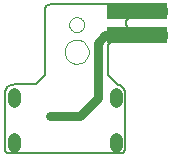
<source format=gbl>
G75*
G70*
%OFA0B0*%
%FSLAX24Y24*%
%IPPOS*%
%LPD*%
%AMOC8*
5,1,8,0,0,1.08239X$1,22.5*
%
%ADD10C,0.0050*%
%ADD11C,0.0000*%
%ADD12C,0.0004*%
%ADD13C,0.0433*%
%ADD14R,0.2000X0.0520*%
%ADD15C,0.0260*%
%ADD16C,0.0240*%
%ADD17C,0.0300*%
%ADD18C,0.0160*%
D10*
X007438Y001887D02*
X007438Y003737D01*
X007440Y003771D01*
X007446Y003804D01*
X007455Y003836D01*
X007468Y003867D01*
X007484Y003897D01*
X007503Y003924D01*
X007526Y003949D01*
X007551Y003972D01*
X007578Y003991D01*
X007608Y004007D01*
X007639Y004020D01*
X007671Y004029D01*
X007704Y004035D01*
X007738Y004037D01*
X008481Y004037D01*
X008781Y004337D01*
X008781Y006554D01*
X008783Y006577D01*
X008788Y006600D01*
X008797Y006622D01*
X008810Y006642D01*
X008825Y006660D01*
X008843Y006675D01*
X008863Y006688D01*
X008885Y006697D01*
X008908Y006702D01*
X008931Y006704D01*
X012681Y006704D01*
X012704Y006702D01*
X012727Y006697D01*
X012749Y006688D01*
X012769Y006675D01*
X012787Y006660D01*
X012802Y006642D01*
X012815Y006622D01*
X012824Y006600D01*
X012829Y006577D01*
X012831Y006554D01*
X012831Y006404D01*
X012829Y006381D01*
X012824Y006358D01*
X012815Y006336D01*
X012802Y006316D01*
X012787Y006298D01*
X012769Y006283D01*
X012749Y006270D01*
X012727Y006261D01*
X012704Y006256D01*
X012681Y006254D01*
X011631Y006254D01*
X011608Y006252D01*
X011585Y006247D01*
X011563Y006238D01*
X011543Y006225D01*
X011525Y006210D01*
X011510Y006192D01*
X011497Y006172D01*
X011488Y006150D01*
X011483Y006127D01*
X011481Y006104D01*
X011481Y006054D01*
X011483Y006031D01*
X011488Y006008D01*
X011497Y005986D01*
X011510Y005966D01*
X011525Y005948D01*
X011543Y005933D01*
X011563Y005920D01*
X011585Y005911D01*
X011608Y005906D01*
X011631Y005904D01*
X012681Y005904D01*
X012704Y005902D01*
X012727Y005897D01*
X012749Y005888D01*
X012769Y005875D01*
X012787Y005860D01*
X012802Y005842D01*
X012815Y005822D01*
X012824Y005800D01*
X012829Y005777D01*
X012831Y005754D01*
X012831Y005604D01*
X012829Y005581D01*
X012824Y005558D01*
X012815Y005536D01*
X012802Y005516D01*
X012787Y005498D01*
X012769Y005483D01*
X012749Y005470D01*
X012727Y005461D01*
X012704Y005456D01*
X012681Y005454D01*
X011031Y005454D01*
X011008Y005452D01*
X010985Y005447D01*
X010963Y005438D01*
X010943Y005425D01*
X010925Y005410D01*
X010910Y005392D01*
X010897Y005372D01*
X010888Y005350D01*
X010883Y005327D01*
X010881Y005304D01*
X010881Y004337D01*
X011181Y004037D01*
X011182Y004037D02*
X011213Y004033D01*
X011243Y004025D01*
X011272Y004014D01*
X011300Y004000D01*
X011326Y003983D01*
X011351Y003963D01*
X011372Y003940D01*
X011391Y003915D01*
X011407Y003888D01*
X011420Y003860D01*
X011430Y003830D01*
X011436Y003800D01*
X011439Y003768D01*
X011438Y003737D01*
X011438Y001887D01*
X011436Y001864D01*
X011431Y001841D01*
X011422Y001819D01*
X011409Y001799D01*
X011394Y001781D01*
X011376Y001766D01*
X011356Y001753D01*
X011334Y001744D01*
X011311Y001739D01*
X011288Y001737D01*
X007588Y001737D01*
X007565Y001739D01*
X007542Y001744D01*
X007520Y001753D01*
X007500Y001766D01*
X007482Y001781D01*
X007467Y001799D01*
X007454Y001819D01*
X007445Y001841D01*
X007440Y001864D01*
X007438Y001887D01*
X011881Y005679D02*
X012131Y005679D01*
X012381Y005679D02*
X012631Y005679D01*
X012631Y006479D02*
X012131Y006479D01*
D11*
X009581Y006031D02*
X009583Y006062D01*
X009589Y006093D01*
X009599Y006123D01*
X009612Y006151D01*
X009629Y006178D01*
X009649Y006202D01*
X009672Y006224D01*
X009697Y006242D01*
X009725Y006257D01*
X009754Y006269D01*
X009784Y006277D01*
X009815Y006281D01*
X009847Y006281D01*
X009878Y006277D01*
X009908Y006269D01*
X009937Y006257D01*
X009965Y006242D01*
X009990Y006224D01*
X010013Y006202D01*
X010033Y006178D01*
X010050Y006151D01*
X010063Y006123D01*
X010073Y006093D01*
X010079Y006062D01*
X010081Y006031D01*
X010079Y006000D01*
X010073Y005969D01*
X010063Y005939D01*
X010050Y005911D01*
X010033Y005884D01*
X010013Y005860D01*
X009990Y005838D01*
X009965Y005820D01*
X009937Y005805D01*
X009908Y005793D01*
X009878Y005785D01*
X009847Y005781D01*
X009815Y005781D01*
X009784Y005785D01*
X009754Y005793D01*
X009725Y005805D01*
X009697Y005820D01*
X009672Y005838D01*
X009649Y005860D01*
X009629Y005884D01*
X009612Y005911D01*
X009599Y005939D01*
X009589Y005969D01*
X009583Y006000D01*
X009581Y006031D01*
X009431Y005127D02*
X009433Y005167D01*
X009439Y005206D01*
X009449Y005245D01*
X009462Y005282D01*
X009480Y005318D01*
X009501Y005352D01*
X009525Y005384D01*
X009552Y005413D01*
X009582Y005440D01*
X009614Y005463D01*
X009649Y005483D01*
X009685Y005499D01*
X009723Y005512D01*
X009762Y005521D01*
X009801Y005526D01*
X009841Y005527D01*
X009881Y005524D01*
X009920Y005517D01*
X009958Y005506D01*
X009996Y005492D01*
X010031Y005473D01*
X010064Y005452D01*
X010096Y005427D01*
X010124Y005399D01*
X010150Y005369D01*
X010172Y005336D01*
X010191Y005301D01*
X010207Y005264D01*
X010219Y005226D01*
X010227Y005187D01*
X010231Y005147D01*
X010231Y005107D01*
X010227Y005067D01*
X010219Y005028D01*
X010207Y004990D01*
X010191Y004953D01*
X010172Y004918D01*
X010150Y004885D01*
X010124Y004855D01*
X010096Y004827D01*
X010064Y004802D01*
X010031Y004781D01*
X009996Y004762D01*
X009958Y004748D01*
X009920Y004737D01*
X009881Y004730D01*
X009841Y004727D01*
X009801Y004728D01*
X009762Y004733D01*
X009723Y004742D01*
X009685Y004755D01*
X009649Y004771D01*
X009614Y004791D01*
X009582Y004814D01*
X009552Y004841D01*
X009525Y004870D01*
X009501Y004902D01*
X009480Y004936D01*
X009462Y004972D01*
X009449Y005009D01*
X009439Y005048D01*
X009433Y005087D01*
X009431Y005127D01*
D12*
X011030Y003733D02*
X011030Y003489D01*
X011031Y003489D02*
X011033Y003469D01*
X011038Y003450D01*
X011047Y003432D01*
X011059Y003416D01*
X011074Y003403D01*
X011091Y003392D01*
X011109Y003385D01*
X011129Y003381D01*
X011149Y003381D01*
X011169Y003385D01*
X011187Y003392D01*
X011204Y003403D01*
X011219Y003416D01*
X011231Y003432D01*
X011240Y003450D01*
X011245Y003469D01*
X011247Y003489D01*
X011247Y003733D01*
X011245Y003753D01*
X011240Y003772D01*
X011231Y003790D01*
X011219Y003806D01*
X011204Y003819D01*
X011187Y003830D01*
X011169Y003837D01*
X011149Y003841D01*
X011129Y003841D01*
X011109Y003837D01*
X011091Y003830D01*
X011074Y003819D01*
X011059Y003806D01*
X011047Y003790D01*
X011038Y003772D01*
X011033Y003753D01*
X011031Y003733D01*
X011030Y002237D02*
X011030Y001993D01*
X011031Y001993D02*
X011033Y001973D01*
X011038Y001954D01*
X011047Y001936D01*
X011059Y001920D01*
X011074Y001907D01*
X011091Y001896D01*
X011109Y001889D01*
X011129Y001885D01*
X011149Y001885D01*
X011169Y001889D01*
X011187Y001896D01*
X011204Y001907D01*
X011219Y001920D01*
X011231Y001936D01*
X011240Y001954D01*
X011245Y001973D01*
X011247Y001993D01*
X011247Y002237D01*
X011245Y002257D01*
X011240Y002276D01*
X011231Y002294D01*
X011219Y002310D01*
X011204Y002323D01*
X011187Y002334D01*
X011169Y002341D01*
X011149Y002345D01*
X011129Y002345D01*
X011109Y002341D01*
X011091Y002334D01*
X011074Y002323D01*
X011059Y002310D01*
X011047Y002294D01*
X011038Y002276D01*
X011033Y002257D01*
X011031Y002237D01*
X007845Y002237D02*
X007845Y001993D01*
X007843Y001973D01*
X007838Y001954D01*
X007829Y001936D01*
X007817Y001920D01*
X007802Y001907D01*
X007785Y001896D01*
X007767Y001889D01*
X007747Y001885D01*
X007727Y001885D01*
X007707Y001889D01*
X007689Y001896D01*
X007672Y001907D01*
X007657Y001920D01*
X007645Y001936D01*
X007636Y001954D01*
X007631Y001973D01*
X007629Y001993D01*
X007629Y002237D01*
X007631Y002257D01*
X007636Y002276D01*
X007645Y002294D01*
X007657Y002310D01*
X007672Y002323D01*
X007689Y002334D01*
X007707Y002341D01*
X007727Y002345D01*
X007747Y002345D01*
X007767Y002341D01*
X007785Y002334D01*
X007802Y002323D01*
X007817Y002310D01*
X007829Y002294D01*
X007838Y002276D01*
X007843Y002257D01*
X007845Y002237D01*
X007845Y003489D02*
X007845Y003733D01*
X007843Y003753D01*
X007838Y003772D01*
X007829Y003790D01*
X007817Y003806D01*
X007802Y003819D01*
X007785Y003830D01*
X007767Y003837D01*
X007747Y003841D01*
X007727Y003841D01*
X007707Y003837D01*
X007689Y003830D01*
X007672Y003819D01*
X007657Y003806D01*
X007645Y003790D01*
X007636Y003772D01*
X007631Y003753D01*
X007629Y003733D01*
X007629Y003489D01*
X007631Y003469D01*
X007636Y003450D01*
X007645Y003432D01*
X007657Y003416D01*
X007672Y003403D01*
X007689Y003392D01*
X007707Y003385D01*
X007727Y003381D01*
X007747Y003381D01*
X007767Y003385D01*
X007785Y003392D01*
X007802Y003403D01*
X007817Y003416D01*
X007829Y003432D01*
X007838Y003450D01*
X007843Y003469D01*
X007845Y003489D01*
D13*
X007737Y003491D02*
X007737Y003491D01*
X007737Y003727D01*
X007737Y003727D01*
X007737Y003491D01*
X007737Y001995D02*
X007737Y001995D01*
X007737Y002231D01*
X007737Y002231D01*
X007737Y001995D01*
X011139Y001995D02*
X011139Y001995D01*
X011139Y002231D01*
X011139Y002231D01*
X011139Y001995D01*
X011139Y003491D02*
X011139Y003491D01*
X011139Y003727D01*
X011139Y003727D01*
X011139Y003491D01*
D14*
X011831Y005679D03*
X011831Y006479D03*
D15*
X011881Y006479D03*
X012131Y006479D03*
X012381Y006479D03*
X012631Y006479D03*
X012631Y005679D03*
X012381Y005679D03*
X012131Y005679D03*
X011881Y005679D03*
X009938Y002987D03*
X009688Y002987D03*
X009438Y002987D03*
X009188Y002987D03*
X008938Y002987D03*
D16*
X010906Y005679D02*
X011831Y005679D01*
X012131Y005679D02*
X012381Y005679D01*
X012131Y006479D02*
X011831Y006479D01*
D17*
X010906Y005679D02*
X010783Y005679D01*
X010531Y005427D01*
X010531Y003581D01*
X009938Y002987D01*
X009688Y002987D01*
X009438Y002987D01*
X009188Y002987D01*
X008938Y002987D01*
D18*
X011831Y005679D02*
X011881Y005679D01*
M02*

</source>
